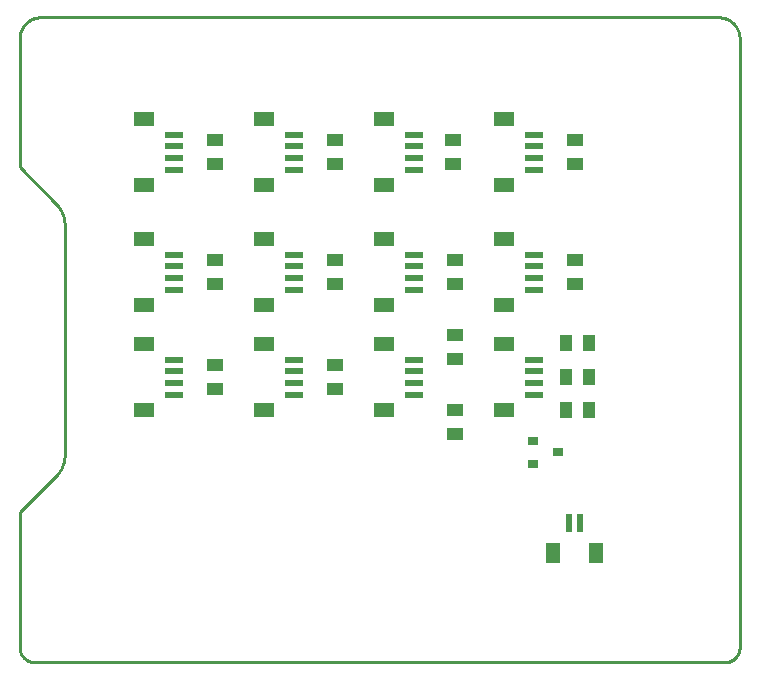
<source format=gtp>
G75*
%MOIN*%
%OFA0B0*%
%FSLAX25Y25*%
%IPPOS*%
%LPD*%
%AMOC8*
5,1,8,0,0,1.08239X$1,22.5*
%
%ADD10C,0.01000*%
%ADD11R,0.05512X0.04331*%
%ADD12R,0.06102X0.02362*%
%ADD13R,0.07087X0.04724*%
%ADD14R,0.04331X0.05512*%
%ADD15R,0.03543X0.03150*%
%ADD16R,0.02362X0.06102*%
%ADD17R,0.04724X0.07087*%
D10*
X0075000Y0055000D02*
X0305000Y0055000D01*
X0305140Y0055002D01*
X0305280Y0055008D01*
X0305420Y0055018D01*
X0305560Y0055031D01*
X0305699Y0055049D01*
X0305838Y0055071D01*
X0305975Y0055096D01*
X0306113Y0055125D01*
X0306249Y0055158D01*
X0306384Y0055195D01*
X0306518Y0055236D01*
X0306651Y0055281D01*
X0306783Y0055329D01*
X0306913Y0055381D01*
X0307042Y0055436D01*
X0307169Y0055495D01*
X0307295Y0055558D01*
X0307419Y0055624D01*
X0307540Y0055693D01*
X0307660Y0055766D01*
X0307778Y0055843D01*
X0307893Y0055922D01*
X0308007Y0056005D01*
X0308117Y0056091D01*
X0308226Y0056180D01*
X0308332Y0056272D01*
X0308435Y0056367D01*
X0308536Y0056464D01*
X0308633Y0056565D01*
X0308728Y0056668D01*
X0308820Y0056774D01*
X0308909Y0056883D01*
X0308995Y0056993D01*
X0309078Y0057107D01*
X0309157Y0057222D01*
X0309234Y0057340D01*
X0309307Y0057460D01*
X0309376Y0057581D01*
X0309442Y0057705D01*
X0309505Y0057831D01*
X0309564Y0057958D01*
X0309619Y0058087D01*
X0309671Y0058217D01*
X0309719Y0058349D01*
X0309764Y0058482D01*
X0309805Y0058616D01*
X0309842Y0058751D01*
X0309875Y0058887D01*
X0309904Y0059025D01*
X0309929Y0059162D01*
X0309951Y0059301D01*
X0309969Y0059440D01*
X0309982Y0059580D01*
X0309992Y0059720D01*
X0309998Y0059860D01*
X0310000Y0060000D01*
X0310000Y0262929D01*
X0309998Y0263100D01*
X0309992Y0263271D01*
X0309981Y0263441D01*
X0309967Y0263611D01*
X0309948Y0263781D01*
X0309926Y0263951D01*
X0309899Y0264119D01*
X0309868Y0264288D01*
X0309833Y0264455D01*
X0309795Y0264621D01*
X0309752Y0264787D01*
X0309705Y0264951D01*
X0309654Y0265114D01*
X0309599Y0265276D01*
X0309540Y0265436D01*
X0309478Y0265595D01*
X0309412Y0265753D01*
X0309342Y0265909D01*
X0309268Y0266063D01*
X0309190Y0266215D01*
X0309109Y0266365D01*
X0309024Y0266514D01*
X0308936Y0266660D01*
X0308844Y0266804D01*
X0308748Y0266946D01*
X0308650Y0267085D01*
X0308547Y0267222D01*
X0308442Y0267357D01*
X0308333Y0267489D01*
X0308222Y0267618D01*
X0308107Y0267744D01*
X0307989Y0267868D01*
X0307868Y0267989D01*
X0307744Y0268107D01*
X0307618Y0268222D01*
X0307489Y0268333D01*
X0307357Y0268442D01*
X0307222Y0268547D01*
X0307085Y0268650D01*
X0306946Y0268748D01*
X0306804Y0268844D01*
X0306660Y0268936D01*
X0306514Y0269024D01*
X0306365Y0269109D01*
X0306215Y0269190D01*
X0306063Y0269268D01*
X0305909Y0269342D01*
X0305753Y0269412D01*
X0305595Y0269478D01*
X0305436Y0269540D01*
X0305276Y0269599D01*
X0305114Y0269654D01*
X0304951Y0269705D01*
X0304787Y0269752D01*
X0304621Y0269795D01*
X0304455Y0269833D01*
X0304288Y0269868D01*
X0304119Y0269899D01*
X0303951Y0269926D01*
X0303781Y0269948D01*
X0303611Y0269967D01*
X0303441Y0269981D01*
X0303271Y0269992D01*
X0303100Y0269998D01*
X0302929Y0270000D01*
X0077071Y0270000D01*
X0070000Y0265000D02*
X0070000Y0220000D01*
X0082071Y0207929D01*
X0085000Y0200858D02*
X0085000Y0124142D01*
X0084997Y0123904D01*
X0084989Y0123666D01*
X0084975Y0123429D01*
X0084955Y0123191D01*
X0084929Y0122955D01*
X0084898Y0122719D01*
X0084862Y0122484D01*
X0084819Y0122249D01*
X0084771Y0122016D01*
X0084718Y0121784D01*
X0084659Y0121554D01*
X0084595Y0121325D01*
X0084525Y0121097D01*
X0084450Y0120871D01*
X0084369Y0120647D01*
X0084284Y0120425D01*
X0084193Y0120205D01*
X0084096Y0119988D01*
X0083995Y0119773D01*
X0083888Y0119560D01*
X0083777Y0119350D01*
X0083660Y0119142D01*
X0083539Y0118937D01*
X0083413Y0118736D01*
X0083281Y0118537D01*
X0083146Y0118341D01*
X0083005Y0118149D01*
X0082861Y0117960D01*
X0082711Y0117775D01*
X0082557Y0117593D01*
X0082400Y0117415D01*
X0082237Y0117241D01*
X0082071Y0117071D01*
X0070000Y0105000D01*
X0070000Y0060000D01*
X0070002Y0059860D01*
X0070008Y0059720D01*
X0070018Y0059580D01*
X0070031Y0059440D01*
X0070049Y0059301D01*
X0070071Y0059162D01*
X0070096Y0059025D01*
X0070125Y0058887D01*
X0070158Y0058751D01*
X0070195Y0058616D01*
X0070236Y0058482D01*
X0070281Y0058349D01*
X0070329Y0058217D01*
X0070381Y0058087D01*
X0070436Y0057958D01*
X0070495Y0057831D01*
X0070558Y0057705D01*
X0070624Y0057581D01*
X0070693Y0057460D01*
X0070766Y0057340D01*
X0070843Y0057222D01*
X0070922Y0057107D01*
X0071005Y0056993D01*
X0071091Y0056883D01*
X0071180Y0056774D01*
X0071272Y0056668D01*
X0071367Y0056565D01*
X0071464Y0056464D01*
X0071565Y0056367D01*
X0071668Y0056272D01*
X0071774Y0056180D01*
X0071883Y0056091D01*
X0071993Y0056005D01*
X0072107Y0055922D01*
X0072222Y0055843D01*
X0072340Y0055766D01*
X0072460Y0055693D01*
X0072581Y0055624D01*
X0072705Y0055558D01*
X0072831Y0055495D01*
X0072958Y0055436D01*
X0073087Y0055381D01*
X0073217Y0055329D01*
X0073349Y0055281D01*
X0073482Y0055236D01*
X0073616Y0055195D01*
X0073751Y0055158D01*
X0073887Y0055125D01*
X0074025Y0055096D01*
X0074162Y0055071D01*
X0074301Y0055049D01*
X0074440Y0055031D01*
X0074580Y0055018D01*
X0074720Y0055008D01*
X0074860Y0055002D01*
X0075000Y0055000D01*
X0074860Y0055002D01*
X0074720Y0055008D01*
X0074580Y0055018D01*
X0074440Y0055031D01*
X0074301Y0055049D01*
X0074162Y0055071D01*
X0074025Y0055096D01*
X0073887Y0055125D01*
X0073751Y0055158D01*
X0073616Y0055195D01*
X0073482Y0055236D01*
X0073349Y0055281D01*
X0073217Y0055329D01*
X0073087Y0055381D01*
X0072958Y0055436D01*
X0072831Y0055495D01*
X0072705Y0055558D01*
X0072581Y0055624D01*
X0072460Y0055693D01*
X0072340Y0055766D01*
X0072222Y0055843D01*
X0072107Y0055922D01*
X0071993Y0056005D01*
X0071883Y0056091D01*
X0071774Y0056180D01*
X0071668Y0056272D01*
X0071565Y0056367D01*
X0071464Y0056464D01*
X0071367Y0056565D01*
X0071272Y0056668D01*
X0071180Y0056774D01*
X0071091Y0056883D01*
X0071005Y0056993D01*
X0070922Y0057107D01*
X0070843Y0057222D01*
X0070766Y0057340D01*
X0070693Y0057460D01*
X0070624Y0057581D01*
X0070558Y0057705D01*
X0070495Y0057831D01*
X0070436Y0057958D01*
X0070381Y0058087D01*
X0070329Y0058217D01*
X0070281Y0058349D01*
X0070236Y0058482D01*
X0070195Y0058616D01*
X0070158Y0058751D01*
X0070125Y0058887D01*
X0070096Y0059025D01*
X0070071Y0059162D01*
X0070049Y0059301D01*
X0070031Y0059440D01*
X0070018Y0059580D01*
X0070008Y0059720D01*
X0070002Y0059860D01*
X0070000Y0060000D01*
X0085000Y0200858D02*
X0084997Y0201096D01*
X0084989Y0201334D01*
X0084975Y0201571D01*
X0084955Y0201809D01*
X0084929Y0202045D01*
X0084898Y0202281D01*
X0084862Y0202516D01*
X0084819Y0202751D01*
X0084771Y0202984D01*
X0084718Y0203216D01*
X0084659Y0203446D01*
X0084595Y0203675D01*
X0084525Y0203903D01*
X0084450Y0204129D01*
X0084369Y0204353D01*
X0084284Y0204575D01*
X0084193Y0204795D01*
X0084096Y0205012D01*
X0083995Y0205227D01*
X0083888Y0205440D01*
X0083777Y0205650D01*
X0083660Y0205858D01*
X0083539Y0206063D01*
X0083413Y0206264D01*
X0083281Y0206463D01*
X0083146Y0206659D01*
X0083005Y0206851D01*
X0082861Y0207040D01*
X0082711Y0207225D01*
X0082557Y0207407D01*
X0082400Y0207585D01*
X0082237Y0207759D01*
X0082071Y0207929D01*
X0070000Y0262929D02*
X0070002Y0263100D01*
X0070008Y0263271D01*
X0070019Y0263441D01*
X0070033Y0263611D01*
X0070052Y0263781D01*
X0070074Y0263951D01*
X0070101Y0264119D01*
X0070132Y0264288D01*
X0070167Y0264455D01*
X0070205Y0264621D01*
X0070248Y0264787D01*
X0070295Y0264951D01*
X0070346Y0265114D01*
X0070401Y0265276D01*
X0070460Y0265436D01*
X0070522Y0265595D01*
X0070588Y0265753D01*
X0070658Y0265909D01*
X0070732Y0266063D01*
X0070810Y0266215D01*
X0070891Y0266365D01*
X0070976Y0266514D01*
X0071064Y0266660D01*
X0071156Y0266804D01*
X0071252Y0266946D01*
X0071350Y0267085D01*
X0071453Y0267222D01*
X0071558Y0267357D01*
X0071667Y0267489D01*
X0071778Y0267618D01*
X0071893Y0267744D01*
X0072011Y0267868D01*
X0072132Y0267989D01*
X0072256Y0268107D01*
X0072382Y0268222D01*
X0072511Y0268333D01*
X0072643Y0268442D01*
X0072778Y0268547D01*
X0072915Y0268650D01*
X0073054Y0268748D01*
X0073196Y0268844D01*
X0073340Y0268936D01*
X0073486Y0269024D01*
X0073635Y0269109D01*
X0073785Y0269190D01*
X0073937Y0269268D01*
X0074091Y0269342D01*
X0074247Y0269412D01*
X0074405Y0269478D01*
X0074564Y0269540D01*
X0074724Y0269599D01*
X0074886Y0269654D01*
X0075049Y0269705D01*
X0075213Y0269752D01*
X0075379Y0269795D01*
X0075545Y0269833D01*
X0075712Y0269868D01*
X0075881Y0269899D01*
X0076049Y0269926D01*
X0076219Y0269948D01*
X0076389Y0269967D01*
X0076559Y0269981D01*
X0076729Y0269992D01*
X0076900Y0269998D01*
X0077071Y0270000D01*
D11*
X0135000Y0228937D03*
X0135000Y0221063D03*
X0175000Y0221063D03*
X0175000Y0228937D03*
X0214500Y0228937D03*
X0214500Y0221063D03*
X0255000Y0221063D03*
X0255000Y0228937D03*
X0255000Y0188937D03*
X0255000Y0181063D03*
X0215000Y0181063D03*
X0215000Y0188937D03*
X0215000Y0163937D03*
X0215000Y0156063D03*
X0215000Y0138937D03*
X0215000Y0131063D03*
X0175000Y0146063D03*
X0175000Y0153937D03*
X0135000Y0153937D03*
X0135000Y0146063D03*
X0135000Y0181063D03*
X0135000Y0188937D03*
X0175000Y0188937D03*
X0175000Y0181063D03*
D12*
X0161398Y0179094D03*
X0161398Y0183031D03*
X0161398Y0186969D03*
X0161398Y0190906D03*
X0201398Y0190906D03*
X0201398Y0186969D03*
X0201398Y0183031D03*
X0201398Y0179094D03*
X0201398Y0155906D03*
X0201398Y0151969D03*
X0201398Y0148031D03*
X0201398Y0144094D03*
X0241398Y0144094D03*
X0241398Y0148031D03*
X0241398Y0151969D03*
X0241398Y0155906D03*
X0241398Y0179094D03*
X0241398Y0183031D03*
X0241398Y0186969D03*
X0241398Y0190906D03*
X0241398Y0219094D03*
X0241398Y0223031D03*
X0241398Y0226969D03*
X0241398Y0230906D03*
X0201398Y0230906D03*
X0201398Y0226969D03*
X0201398Y0223031D03*
X0201398Y0219094D03*
X0161398Y0219094D03*
X0161398Y0223031D03*
X0161398Y0226969D03*
X0161398Y0230906D03*
X0121398Y0230906D03*
X0121398Y0226969D03*
X0121398Y0223031D03*
X0121398Y0219094D03*
X0121398Y0190906D03*
X0121398Y0186969D03*
X0121398Y0183031D03*
X0121398Y0179094D03*
X0121398Y0155906D03*
X0121398Y0151969D03*
X0121398Y0148031D03*
X0121398Y0144094D03*
X0161398Y0144094D03*
X0161398Y0148031D03*
X0161398Y0151969D03*
X0161398Y0155906D03*
D13*
X0151457Y0161024D03*
X0151457Y0173976D03*
X0151457Y0196024D03*
X0151457Y0213976D03*
X0151457Y0236024D03*
X0191457Y0236024D03*
X0191457Y0213976D03*
X0191457Y0196024D03*
X0191457Y0173976D03*
X0191457Y0161024D03*
X0191457Y0138976D03*
X0231457Y0138976D03*
X0231457Y0161024D03*
X0231457Y0173976D03*
X0231457Y0196024D03*
X0231457Y0213976D03*
X0231457Y0236024D03*
X0111457Y0236024D03*
X0111457Y0213976D03*
X0111457Y0196024D03*
X0111457Y0173976D03*
X0111457Y0161024D03*
X0111457Y0138976D03*
X0151457Y0138976D03*
D14*
X0252063Y0139000D03*
X0259937Y0139000D03*
X0259937Y0150000D03*
X0252063Y0150000D03*
X0252063Y0161500D03*
X0259937Y0161500D03*
D15*
X0241063Y0128740D03*
X0241063Y0121260D03*
X0249331Y0125000D03*
D16*
X0253031Y0101398D03*
X0256969Y0101398D03*
D17*
X0262087Y0091457D03*
X0247913Y0091457D03*
M02*

</source>
